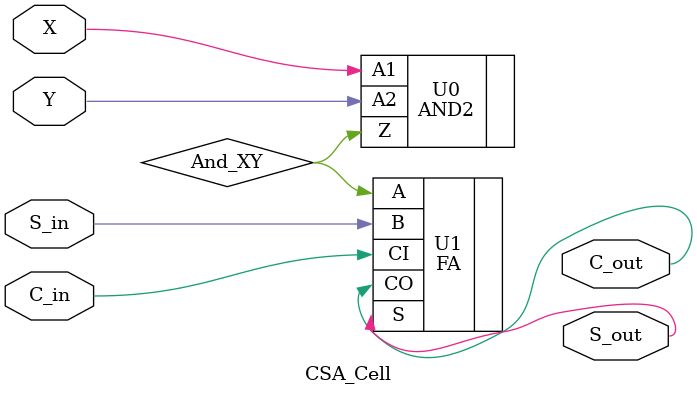
<source format=v>


module CSA_Cell (X,Y,S_in,C_in,S_out,C_out);

input X, Y, S_in, C_in; 
output S_out, C_out; 

wire And_XY;


AND2 U0 (.A1(X),.A2(Y),.Z(And_XY));
FA U1 (.A(And_XY), .B(S_in), .CI(C_in), .CO(C_out), .S(S_out));

endmodule 


</source>
